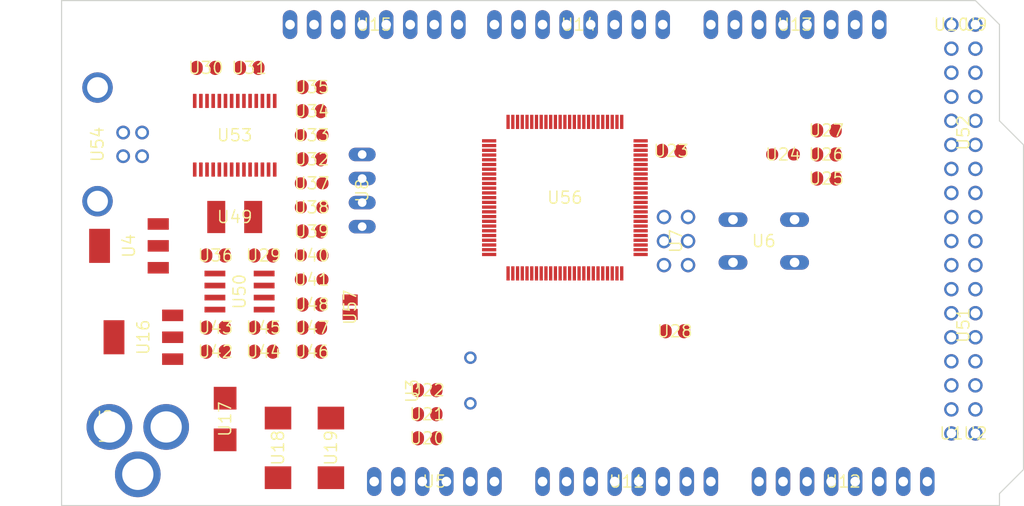
<source format=kicad_pcb>
(kicad_pcb (version 20221018) (generator pcbnew)
  (layers (0 "F.Cu" signal "Top") (31 "B.Cu" signal "Bottom") (34 "B.Paste" user) (35 "F.Paste" user) (36 "B.SilkS" user "B.Silkscreen") (37 "F.SilkS" user "F.Silkscreen") (38 "B.Mask" user) (39 "F.Mask" user) (44 "Edge.Cuts" user))
  (net 0 "")
  (net 1 "+5V")
  (net 2 "GND")
  (net 3 "N$6")
  (net 4 "N$7")
  (net 5 "AREF")
  (net 6 "RESET")
  (net 7 "VIN")
  (net 8 "N$3")
  (net 9 "PWRIN")
  (net 10 "M8RXD")
  (net 11 "M8TXD")
  (net 12 "ADC0")
  (net 13 "ADC2")
  (net 14 "ADC1")
  (net 15 "ADC3")
  (net 16 "ADC4")
  (net 17 "ADC5")
  (net 18 "ADC6")
  (net 19 "ADC7")
  (net 20 "+3V3")
  (net 21 "SDA")
  (net 22 "SCL")
  (net 23 "ADC9")
  (net 24 "ADC8")
  (net 25 "ADC10")
  (net 26 "ADC11")
  (net 27 "ADC12")
  (net 28 "ADC13")
  (net 29 "ADC14")
  (net 30 "ADC15")
  (net 31 "PB3")
  (net 32 "PB2")
  (net 33 "PB1")
  (net 34 "PB5")
  (net 35 "PB4")
  (net 36 "PE5")
  (net 37 "PE4")
  (net 38 "PE3")
  (net 39 "PE1")
  (net 40 "PE0")
  (net 41 "N$15")
  (net 42 "N$53")
  (net 43 "N$54")
  (net 44 "N$55")
  (net 45 "D-")
  (net 46 "D+")
  (net 47 "N$60")
  (net 48 "DTR")
  (net 49 "USBVCC")
  (net 50 "N$2")
  (net 51 "N$4")
  (net 52 "GATE_CMD")
  (net 53 "CMP")
  (net 54 "PB6")
  (net 55 "PH3")
  (net 56 "PH4")
  (net 57 "PH5")
  (net 58 "PH6")
  (net 59 "PG5")
  (net 60 "RXD1")
  (net 61 "TXD1")
  (net 62 "RXD2")
  (net 63 "RXD3")
  (net 64 "TXD2")
  (net 65 "TXD3")
  (net 66 "PC0")
  (net 67 "PC1")
  (net 68 "PC2")
  (net 69 "PC3")
  (net 70 "PC4")
  (net 71 "PC5")
  (net 72 "PC6")
  (net 73 "PC7")
  (net 74 "PB0")
  (net 75 "PG0")
  (net 76 "PG1")
  (net 77 "PG2")
  (net 78 "PD7")
  (net 79 "PA0")
  (net 80 "PA1")
  (net 81 "PA2")
  (net 82 "PA3")
  (net 83 "PA4")
  (net 84 "PA5")
  (net 85 "PA6")
  (net 86 "PA7")
  (net 87 "PL0")
  (net 88 "PL1")
  (net 89 "PL2")
  (net 90 "PL3")
  (net 91 "PL4")
  (net 92 "PL5")
  (net 93 "PL6")
  (net 94 "PL7")
  (net 95 "PB7")
  (net 96 "CTS")
  (net 97 "DSR")
  (net 98 "DCD")
  (net 99 "RI")
  (footprint "Arduino_MEGA_Reference_Design:2X03" (layer "F.Cu") (at 162.5981 103.7336 -90)
    (fp_text reference "U7")
    (fp_text value "")
  )
  (footprint "Arduino_MEGA_Reference_Design:1X08" (layer "F.Cu") (at 152.3111 80.8736 180)
    (fp_text reference "U14")
    (fp_text value "")
  )
  (footprint "Arduino_MEGA_Reference_Design:1X08" (layer "F.Cu") (at 130.7211 80.8736 180)
    (fp_text reference "U15")
    (fp_text value "")
  )
  (footprint "Arduino_MEGA_Reference_Design:SMC_D" (layer "F.Cu") (at 120.5611 125.5776 -90)
    (fp_text reference "U18")
    (fp_text value "")
  )
  (footprint "Arduino_MEGA_Reference_Design:SMC_D" (layer "F.Cu") (at 126.1491 125.5776 -90)
    (fp_text reference "U19")
    (fp_text value "")
  )
  (footprint "Arduino_MEGA_Reference_Design:B3F-10XX" (layer "F.Cu") (at 171.8691 103.7336 180)
    (fp_text reference "U6")
    (fp_text value "")
  )
  (footprint "Arduino_MEGA_Reference_Design:0805RND" (layer "F.Cu") (at 173.9011 94.5896 180)
    (fp_text reference "U24")
    (fp_text value "")
  )
  (footprint "Arduino_MEGA_Reference_Design:SMB" (layer "F.Cu") (at 114.9731 122.5296 -90)
    (fp_text reference "U17")
    (fp_text value "")
  )
  (footprint "Arduino_MEGA_Reference_Design:DC-21MM" (layer "F.Cu") (at 103.0351 123.2916 90)
    (fp_text reference "U55")
    (fp_text value "")
  )
  (footprint "Arduino_MEGA_Reference_Design:HC49_S" (layer "F.Cu") (at 140.8811 118.4656 90)
    (fp_text reference "U3")
    (fp_text value "")
  )
  (footprint "Arduino_MEGA_Reference_Design:SOT223" (layer "F.Cu") (at 106.3371 113.8936 90)
    (fp_text reference "U16")
    (fp_text value "")
  )
  (footprint "Arduino_MEGA_Reference_Design:1X06" (layer "F.Cu") (at 137.0711 129.1336)
    (fp_text reference "U5")
    (fp_text value "")
  )
  (footprint "Arduino_MEGA_Reference_Design:C0805RND" (layer "F.Cu") (at 124.1171 87.4776)
    (fp_text reference "U35")
    (fp_text value "")
  )
  (footprint "Arduino_MEGA_Reference_Design:C0805RND" (layer "F.Cu") (at 162.4711 113.2586)
    (fp_text reference "U28")
    (fp_text value "")
  )
  (footprint "Arduino_MEGA_Reference_Design:C0805RND" (layer "F.Cu") (at 136.3091 122.0216)
    (fp_text reference "U21")
    (fp_text value "")
  )
  (footprint "Arduino_MEGA_Reference_Design:C0805RND" (layer "F.Cu") (at 136.3091 119.4816)
    (fp_text reference "U22")
    (fp_text value "")
  )
  (footprint "Arduino_MEGA_Reference_Design:C0805RND" (layer "F.Cu") (at 113.9571 112.8776)
    (fp_text reference "U43")
    (fp_text value "")
  )
  (footprint "Arduino_MEGA_Reference_Design:RCL_0805RND" (layer "F.Cu") (at 124.1171 105.2576)
    (fp_text reference "U40")
    (fp_text value "")
  )
  (footprint "Arduino_MEGA_Reference_Design:RCL_0805RND" (layer "F.Cu") (at 124.1171 107.7976)
    (fp_text reference "U41")
    (fp_text value "")
  )
  (footprint "Arduino_MEGA_Reference_Design:1X08" (layer "F.Cu") (at 157.3911 129.1336)
    (fp_text reference "U11")
    (fp_text value "")
  )
  (footprint "Arduino_MEGA_Reference_Design:1X08" (layer "F.Cu") (at 175.1711 80.8736 180)
    (fp_text reference "U13")
    (fp_text value "")
  )
  (footprint "Arduino_MEGA_Reference_Design:R0805RND" (layer "F.Cu") (at 178.4731 94.5896 180)
    (fp_text reference "U26")
    (fp_text value "")
  )
  (footprint "Arduino_MEGA_Reference_Design:R0805RND" (layer "F.Cu") (at 178.4731 92.0496 180)
    (fp_text reference "U27")
    (fp_text value "")
  )
  (footprint "Arduino_MEGA_Reference_Design:TQFP100" (layer "F.Cu") (at 150.86109924316406 99.14851379394531 0)
    (fp_text reference "U56")
    (fp_text value "")
  )
  (footprint "Arduino_MEGA_Reference_Design:C0805RND" (layer "F.Cu") (at 162.0901 94.2086 180)
    (fp_text reference "U23")
    (fp_text value "")
  )
  (footprint "Arduino_MEGA_Reference_Design:C0805RND" (layer "F.Cu") (at 136.3091 124.5616)
    (fp_text reference "U20")
    (fp_text value "")
  )
  (footprint "Arduino_MEGA_Reference_Design:1X08" (layer "F.Cu") (at 180.2511 129.1336)
    (fp_text reference "U12")
    (fp_text value "")
  )
  (footprint "Arduino_MEGA_Reference_Design:R0805RND" (layer "F.Cu") (at 124.1171 112.8776)
    (fp_text reference "U47")
    (fp_text value "")
  )
  (footprint "Arduino_MEGA_Reference_Design:C0805RND" (layer "F.Cu") (at 124.1171 115.4176)
    (fp_text reference "U46")
    (fp_text value "")
  )
  (footprint "Arduino_MEGA_Reference_Design:C0805RND" (layer "F.Cu") (at 113.9571 105.2576)
    (fp_text reference "U36")
    (fp_text value "")
  )
  (footprint "Arduino_MEGA_Reference_Design:C0805RND" (layer "F.Cu") (at 112.9411 85.4456)
    (fp_text reference "U30")
    (fp_text value "")
  )
  (footprint "Arduino_MEGA_Reference_Design:0805RND" (layer "F.Cu") (at 124.1171 100.1776 180)
    (fp_text reference "U38")
    (fp_text value "")
  )
  (footprint "Arduino_MEGA_Reference_Design:0805RND" (layer "F.Cu") (at 124.1171 97.6376 180)
    (fp_text reference "U37")
    (fp_text value "")
  )
  (footprint "Arduino_MEGA_Reference_Design:R0805RND" (layer "F.Cu") (at 124.1171 95.0976)
    (fp_text reference "U32")
    (fp_text value "")
  )
  (footprint "Arduino_MEGA_Reference_Design:R0805RND" (layer "F.Cu") (at 124.1171 102.7176)
    (fp_text reference "U39")
    (fp_text value "")
  )
  (footprint "Arduino_MEGA_Reference_Design:SSOP28" (layer "F.Cu") (at 115.9891 92.5576)
    (fp_text reference "U53")
    (fp_text value "")
  )
  (footprint "Arduino_MEGA_Reference_Design:PN61729" (layer "F.Cu") (at 98.9584 93.5228 -90)
    (fp_text reference "U54")
    (fp_text value "")
  )
  (footprint "Arduino_MEGA_Reference_Design:L1812" (layer "F.Cu") (at 115.9891 101.1936)
    (fp_text reference "U49")
    (fp_text value "")
  )
  (footprint "Arduino_MEGA_Reference_Design:C0805RND" (layer "F.Cu") (at 117.5131 85.4456)
    (fp_text reference "U31")
    (fp_text value "")
  )
  (footprint "Arduino_MEGA_Reference_Design:0805RND" (layer "F.Cu") (at 124.1171 92.5576 180)
    (fp_text reference "U33")
    (fp_text value "")
  )
  (footprint "Arduino_MEGA_Reference_Design:R0805RND" (layer "F.Cu") (at 124.1171 90.0176 180)
    (fp_text reference "U34")
    (fp_text value "")
  )
  (footprint "Arduino_MEGA_Reference_Design:C0805RND" (layer "F.Cu") (at 124.1171 110.4392 180)
    (fp_text reference "U48")
    (fp_text value "")
  )
  (footprint "Arduino_MEGA_Reference_Design:SOT223" (layer "F.Cu") (at 104.8131 104.2416 90)
    (fp_text reference "U4")
    (fp_text value "")
  )
  (footprint "Arduino_MEGA_Reference_Design:SO08" (layer "F.Cu") (at 116.4971 109.0676 -90)
    (fp_text reference "U50")
    (fp_text value "")
  )
  (footprint "Arduino_MEGA_Reference_Design:R0805RND" (layer "F.Cu") (at 113.9571 115.4176 180)
    (fp_text reference "U42")
    (fp_text value "")
  )
  (footprint "Arduino_MEGA_Reference_Design:R0805RND" (layer "F.Cu") (at 119.0371 112.8776 180)
    (fp_text reference "U45")
    (fp_text value "")
  )
  (footprint "Arduino_MEGA_Reference_Design:C0805RND" (layer "F.Cu") (at 119.0371 115.4176 180)
    (fp_text reference "U44")
    (fp_text value "")
  )
  (footprint "Arduino_MEGA_Reference_Design:C0805RND" (layer "F.Cu") (at 119.0371 105.2576)
    (fp_text reference "U29")
    (fp_text value "")
  )
  (footprint "Arduino_MEGA_Reference_Design:2X08" (layer "F.Cu") (at 192.9511 92.3036 90)
    (fp_text reference "U52")
    (fp_text value "")
  )
  (footprint "Arduino_MEGA_Reference_Design:2X08" (layer "F.Cu") (at 192.9511 112.6236 90)
    (fp_text reference "U51")
    (fp_text value "")
  )
  (footprint "Arduino_MEGA_Reference_Design:R0805RND" (layer "F.Cu") (at 178.4731 97.1296 180)
    (fp_text reference "U25")
    (fp_text value "")
  )
  (footprint "Arduino_MEGA_Reference_Design:1X01" (layer "F.Cu") (at 191.6811 80.8736)
    (fp_text reference "U10")
    (fp_text value "")
  )
  (footprint "Arduino_MEGA_Reference_Design:1X01" (layer "F.Cu") (at 194.2211 80.8736)
    (fp_text reference "U9")
    (fp_text value "")
  )
  (footprint "Arduino_MEGA_Reference_Design:1X01" (layer "F.Cu") (at 191.6811 124.0536)
    (fp_text reference "U1")
    (fp_text value "")
  )
  (footprint "Arduino_MEGA_Reference_Design:1X01" (layer "F.Cu") (at 194.2211 124.0536)
    (fp_text reference "U2")
    (fp_text value "")
  )
  (footprint "Arduino_MEGA_Reference_Design:SJ" (layer "F.Cu") (at 128.1811 110.7186 -90)
    (fp_text reference "U57")
    (fp_text value "")
  )
  (footprint "Arduino_MEGA_Reference_Design:JP4" (layer "F.Cu") (at 129.4511 98.3996 -90)
    (fp_text reference "U8")
    (fp_text value "")
  )
  (gr_line (start 196.7611 80.8736) (end 196.7611 91.0336) (layer "Edge.Cuts") (width 0.12))
  (gr_line (start 196.7611 130.4036) (end 196.7611 131.6736) (layer "Edge.Cuts") (width 0.12))
  (gr_line (start 194.2211 78.3336) (end 196.7611 80.8736) (layer "Edge.Cuts") (width 0.12))
  (gr_line (start 97.7011 78.3336) (end 194.2211 78.3336) (layer "Edge.Cuts") (width 0.12))
  (gr_line (start 196.7611 91.0336) (end 199.3011 93.5736) (layer "Edge.Cuts") (width 0.12))
  (gr_line (start 97.7011 131.6736) (end 97.7011 78.3336) (layer "Edge.Cuts") (width 0.12))
  (gr_line (start 196.7611 131.6736) (end 97.7011 131.6736) (layer "Edge.Cuts") (width 0.12))
  (gr_line (start 199.3011 93.5736) (end 199.3011 127.8636) (layer "Edge.Cuts") (width 0.12))
  (gr_line (start 199.3011 127.8636) (end 196.7611 130.4036) (layer "Edge.Cuts") (width 0.12))
)
</source>
